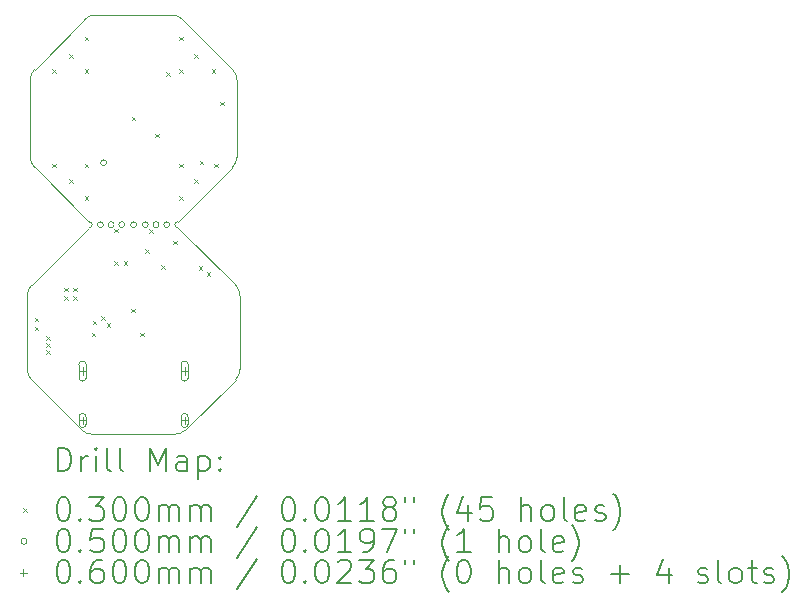
<source format=gbr>
%TF.GenerationSoftware,KiCad,Pcbnew,8.0.9-8.0.9-0~ubuntu20.04.1*%
%TF.CreationDate,2025-06-12T23:47:12+01:00*%
%TF.ProjectId,ch32-breakout,63683332-2d62-4726-9561-6b6f75742e6b,rev?*%
%TF.SameCoordinates,Original*%
%TF.FileFunction,Drillmap*%
%TF.FilePolarity,Positive*%
%FSLAX45Y45*%
G04 Gerber Fmt 4.5, Leading zero omitted, Abs format (unit mm)*
G04 Created by KiCad (PCBNEW 8.0.9-8.0.9-0~ubuntu20.04.1) date 2025-06-12 23:47:12*
%MOMM*%
%LPD*%
G01*
G04 APERTURE LIST*
%ADD10C,0.050000*%
%ADD11C,0.200000*%
%ADD12C,0.100000*%
G04 APERTURE END LIST*
D10*
X9775000Y-6625000D02*
X9775000Y-7275000D01*
X9313388Y-6111612D02*
X9738389Y-6536611D01*
X9800000Y-9075000D02*
X9800000Y-8450000D01*
X9775000Y-7275000D02*
G75*
G02*
X9738389Y-7363388I-125000J0D01*
G01*
X9763389Y-8361611D02*
G75*
G02*
X9800000Y-8450000I-88389J-88389D01*
G01*
X9763389Y-9163388D02*
X9338389Y-9588389D01*
X8825000Y-7850000D02*
G75*
G02*
X8775000Y-7850000I-25000J0D01*
G01*
X8775000Y-7850000D02*
G75*
G02*
X8825000Y-7850000I25000J0D01*
G01*
X8461612Y-9588388D02*
X8036611Y-9163389D01*
X8486612Y-6111611D02*
G75*
G02*
X8575000Y-6075000I88389J-88389D01*
G01*
X8025000Y-6625000D02*
G75*
G02*
X8061612Y-6536612I125000J0D01*
G01*
X8061612Y-6536612D02*
X8486612Y-6111611D01*
X8525000Y-7825000D02*
G75*
G02*
X8525000Y-7875000I0J-25000D01*
G01*
X9275000Y-7875000D02*
G75*
G02*
X9275000Y-7825000I0J25000D01*
G01*
X8025000Y-7275000D02*
X8025000Y-6625000D01*
X8036611Y-9163389D02*
G75*
G02*
X8000000Y-9075000I88389J88389D01*
G01*
X9738389Y-6536611D02*
G75*
G02*
X9775000Y-6625000I-88389J-88389D01*
G01*
X8061611Y-7363388D02*
G75*
G02*
X8025000Y-7275000I88389J88389D01*
G01*
X9205000Y-7850000D02*
G75*
G02*
X9155000Y-7850000I-25000J0D01*
G01*
X9155000Y-7850000D02*
G75*
G02*
X9205000Y-7850000I25000J0D01*
G01*
X8036611Y-8361611D02*
X8525000Y-7875000D01*
X8735000Y-7850000D02*
G75*
G02*
X8685000Y-7850000I-25000J0D01*
G01*
X8685000Y-7850000D02*
G75*
G02*
X8735000Y-7850000I25000J0D01*
G01*
X8550000Y-9625000D02*
X9250000Y-9625000D01*
X9115000Y-7850000D02*
G75*
G02*
X9065000Y-7850000I-25000J0D01*
G01*
X9065000Y-7850000D02*
G75*
G02*
X9115000Y-7850000I25000J0D01*
G01*
X8000000Y-8450000D02*
X8000000Y-9075000D01*
X8000000Y-8450000D02*
G75*
G02*
X8036611Y-8361611I125000J0D01*
G01*
X8575000Y-6075000D02*
X9225000Y-6075000D01*
X9738389Y-7363388D02*
X9275000Y-7825000D01*
X9225000Y-6075000D02*
G75*
G02*
X9313388Y-6111612I0J-125000D01*
G01*
X8525000Y-7825000D02*
X8061611Y-7363388D01*
X9025000Y-7850000D02*
G75*
G02*
X8975000Y-7850000I-25000J0D01*
G01*
X8975000Y-7850000D02*
G75*
G02*
X9025000Y-7850000I25000J0D01*
G01*
X9338389Y-9588389D02*
G75*
G02*
X9250000Y-9625000I-88389J88389D01*
G01*
X9800000Y-9075000D02*
G75*
G02*
X9763389Y-9163388I-125000J0D01*
G01*
X9763389Y-8361611D02*
X9275000Y-7875000D01*
X8925000Y-7850000D02*
G75*
G02*
X8875000Y-7850000I-25000J0D01*
G01*
X8875000Y-7850000D02*
G75*
G02*
X8925000Y-7850000I25000J0D01*
G01*
X8645000Y-7850000D02*
G75*
G02*
X8595000Y-7850000I-25000J0D01*
G01*
X8595000Y-7850000D02*
G75*
G02*
X8645000Y-7850000I25000J0D01*
G01*
X8550000Y-9625000D02*
G75*
G02*
X8461612Y-9588388I0J125000D01*
G01*
D11*
D12*
X8065000Y-8640000D02*
X8095000Y-8670000D01*
X8095000Y-8640000D02*
X8065000Y-8670000D01*
X8065000Y-8715000D02*
X8095000Y-8745000D01*
X8095000Y-8715000D02*
X8065000Y-8745000D01*
X8160000Y-8795000D02*
X8190000Y-8825000D01*
X8190000Y-8795000D02*
X8160000Y-8825000D01*
X8160000Y-8855000D02*
X8190000Y-8885000D01*
X8190000Y-8855000D02*
X8160000Y-8885000D01*
X8160000Y-8915000D02*
X8190000Y-8945000D01*
X8190000Y-8915000D02*
X8160000Y-8945000D01*
X8210000Y-6535000D02*
X8240000Y-6565000D01*
X8240000Y-6535000D02*
X8210000Y-6565000D01*
X8210000Y-7335000D02*
X8240000Y-7365000D01*
X8240000Y-7335000D02*
X8210000Y-7365000D01*
X8315000Y-8385000D02*
X8345000Y-8415000D01*
X8345000Y-8385000D02*
X8315000Y-8415000D01*
X8315000Y-8455000D02*
X8345000Y-8485000D01*
X8345000Y-8455000D02*
X8315000Y-8485000D01*
X8355000Y-6405000D02*
X8385000Y-6435000D01*
X8385000Y-6405000D02*
X8355000Y-6435000D01*
X8355000Y-7465000D02*
X8385000Y-7495000D01*
X8385000Y-7465000D02*
X8355000Y-7495000D01*
X8390000Y-8385000D02*
X8420000Y-8415000D01*
X8420000Y-8385000D02*
X8390000Y-8415000D01*
X8390000Y-8455000D02*
X8420000Y-8485000D01*
X8420000Y-8455000D02*
X8390000Y-8485000D01*
X8485000Y-6260000D02*
X8515000Y-6290000D01*
X8515000Y-6260000D02*
X8485000Y-6290000D01*
X8485000Y-6535000D02*
X8515000Y-6565000D01*
X8515000Y-6535000D02*
X8485000Y-6565000D01*
X8485000Y-7335000D02*
X8515000Y-7365000D01*
X8515000Y-7335000D02*
X8485000Y-7365000D01*
X8485000Y-7610000D02*
X8515000Y-7640000D01*
X8515000Y-7610000D02*
X8485000Y-7640000D01*
X8545000Y-8764000D02*
X8575000Y-8794000D01*
X8575000Y-8764000D02*
X8545000Y-8794000D01*
X8555000Y-8665000D02*
X8585000Y-8695000D01*
X8585000Y-8665000D02*
X8555000Y-8695000D01*
X8626837Y-8625903D02*
X8656837Y-8655903D01*
X8656837Y-8625903D02*
X8626837Y-8655903D01*
X8673059Y-8682625D02*
X8703059Y-8712625D01*
X8703059Y-8682625D02*
X8673059Y-8712625D01*
X8735000Y-7885000D02*
X8765000Y-7915000D01*
X8765000Y-7885000D02*
X8735000Y-7915000D01*
X8735000Y-8160000D02*
X8765000Y-8190000D01*
X8765000Y-8160000D02*
X8735000Y-8190000D01*
X8815000Y-8160000D02*
X8845000Y-8190000D01*
X8845000Y-8160000D02*
X8815000Y-8190000D01*
X8880000Y-8561000D02*
X8910000Y-8591000D01*
X8910000Y-8561000D02*
X8880000Y-8591000D01*
X8885000Y-6935000D02*
X8915000Y-6965000D01*
X8915000Y-6935000D02*
X8885000Y-6965000D01*
X8955000Y-8764000D02*
X8985000Y-8794000D01*
X8985000Y-8764000D02*
X8955000Y-8794000D01*
X9000000Y-8060000D02*
X9030000Y-8090000D01*
X9030000Y-8060000D02*
X9000000Y-8090000D01*
X9035000Y-7890000D02*
X9065000Y-7920000D01*
X9065000Y-7890000D02*
X9035000Y-7920000D01*
X9085000Y-7080647D02*
X9115000Y-7110647D01*
X9115000Y-7080647D02*
X9085000Y-7110647D01*
X9135000Y-8195000D02*
X9165000Y-8225000D01*
X9165000Y-8195000D02*
X9135000Y-8225000D01*
X9174750Y-6560000D02*
X9204750Y-6590000D01*
X9204750Y-6560000D02*
X9174750Y-6590000D01*
X9235000Y-7985000D02*
X9265000Y-8015000D01*
X9265000Y-7985000D02*
X9235000Y-8015000D01*
X9285000Y-6260000D02*
X9315000Y-6290000D01*
X9315000Y-6260000D02*
X9285000Y-6290000D01*
X9285000Y-6535000D02*
X9315000Y-6565000D01*
X9315000Y-6535000D02*
X9285000Y-6565000D01*
X9285000Y-7335000D02*
X9315000Y-7365000D01*
X9315000Y-7335000D02*
X9285000Y-7365000D01*
X9285000Y-7610000D02*
X9315000Y-7640000D01*
X9315000Y-7610000D02*
X9285000Y-7640000D01*
X9415000Y-6405000D02*
X9445000Y-6435000D01*
X9445000Y-6405000D02*
X9415000Y-6435000D01*
X9415000Y-7465000D02*
X9445000Y-7495000D01*
X9445000Y-7465000D02*
X9415000Y-7495000D01*
X9450000Y-8200000D02*
X9480000Y-8230000D01*
X9480000Y-8200000D02*
X9450000Y-8230000D01*
X9460000Y-7310000D02*
X9490000Y-7340000D01*
X9490000Y-7310000D02*
X9460000Y-7340000D01*
X9520000Y-8255000D02*
X9550000Y-8285000D01*
X9550000Y-8255000D02*
X9520000Y-8285000D01*
X9560000Y-6535000D02*
X9590000Y-6565000D01*
X9590000Y-6535000D02*
X9560000Y-6565000D01*
X9585000Y-7335000D02*
X9615000Y-7365000D01*
X9615000Y-7335000D02*
X9585000Y-7365000D01*
X9635000Y-6810000D02*
X9665000Y-6840000D01*
X9665000Y-6810000D02*
X9635000Y-6840000D01*
X8671000Y-7325000D02*
G75*
G02*
X8621000Y-7325000I-25000J0D01*
G01*
X8621000Y-7325000D02*
G75*
G02*
X8671000Y-7325000I25000J0D01*
G01*
X8468000Y-9059500D02*
X8468000Y-9119500D01*
X8438000Y-9089500D02*
X8498000Y-9089500D01*
X8438000Y-9034500D02*
X8438000Y-9144500D01*
X8498000Y-9144500D02*
G75*
G02*
X8438000Y-9144500I-30000J0D01*
G01*
X8498000Y-9144500D02*
X8498000Y-9034500D01*
X8498000Y-9034500D02*
G75*
G03*
X8438000Y-9034500I-30000J0D01*
G01*
X8468000Y-9477500D02*
X8468000Y-9537500D01*
X8438000Y-9507500D02*
X8498000Y-9507500D01*
X8438000Y-9477500D02*
X8438000Y-9537500D01*
X8498000Y-9537500D02*
G75*
G02*
X8438000Y-9537500I-30000J0D01*
G01*
X8498000Y-9537500D02*
X8498000Y-9477500D01*
X8498000Y-9477500D02*
G75*
G03*
X8438000Y-9477500I-30000J0D01*
G01*
X9332000Y-9059500D02*
X9332000Y-9119500D01*
X9302000Y-9089500D02*
X9362000Y-9089500D01*
X9302000Y-9034500D02*
X9302000Y-9144500D01*
X9362000Y-9144500D02*
G75*
G02*
X9302000Y-9144500I-30000J0D01*
G01*
X9362000Y-9144500D02*
X9362000Y-9034500D01*
X9362000Y-9034500D02*
G75*
G03*
X9302000Y-9034500I-30000J0D01*
G01*
X9332000Y-9477500D02*
X9332000Y-9537500D01*
X9302000Y-9507500D02*
X9362000Y-9507500D01*
X9302000Y-9477500D02*
X9302000Y-9537500D01*
X9362000Y-9537500D02*
G75*
G02*
X9302000Y-9537500I-30000J0D01*
G01*
X9362000Y-9537500D02*
X9362000Y-9477500D01*
X9362000Y-9477500D02*
G75*
G03*
X9302000Y-9477500I-30000J0D01*
G01*
D11*
X8258277Y-9938984D02*
X8258277Y-9738984D01*
X8258277Y-9738984D02*
X8305896Y-9738984D01*
X8305896Y-9738984D02*
X8334467Y-9748508D01*
X8334467Y-9748508D02*
X8353515Y-9767555D01*
X8353515Y-9767555D02*
X8363038Y-9786603D01*
X8363038Y-9786603D02*
X8372562Y-9824698D01*
X8372562Y-9824698D02*
X8372562Y-9853270D01*
X8372562Y-9853270D02*
X8363038Y-9891365D01*
X8363038Y-9891365D02*
X8353515Y-9910413D01*
X8353515Y-9910413D02*
X8334467Y-9929460D01*
X8334467Y-9929460D02*
X8305896Y-9938984D01*
X8305896Y-9938984D02*
X8258277Y-9938984D01*
X8458277Y-9938984D02*
X8458277Y-9805651D01*
X8458277Y-9843746D02*
X8467800Y-9824698D01*
X8467800Y-9824698D02*
X8477324Y-9815174D01*
X8477324Y-9815174D02*
X8496372Y-9805651D01*
X8496372Y-9805651D02*
X8515420Y-9805651D01*
X8582086Y-9938984D02*
X8582086Y-9805651D01*
X8582086Y-9738984D02*
X8572562Y-9748508D01*
X8572562Y-9748508D02*
X8582086Y-9758032D01*
X8582086Y-9758032D02*
X8591610Y-9748508D01*
X8591610Y-9748508D02*
X8582086Y-9738984D01*
X8582086Y-9738984D02*
X8582086Y-9758032D01*
X8705896Y-9938984D02*
X8686848Y-9929460D01*
X8686848Y-9929460D02*
X8677324Y-9910413D01*
X8677324Y-9910413D02*
X8677324Y-9738984D01*
X8810658Y-9938984D02*
X8791610Y-9929460D01*
X8791610Y-9929460D02*
X8782086Y-9910413D01*
X8782086Y-9910413D02*
X8782086Y-9738984D01*
X9039229Y-9938984D02*
X9039229Y-9738984D01*
X9039229Y-9738984D02*
X9105896Y-9881841D01*
X9105896Y-9881841D02*
X9172562Y-9738984D01*
X9172562Y-9738984D02*
X9172562Y-9938984D01*
X9353515Y-9938984D02*
X9353515Y-9834222D01*
X9353515Y-9834222D02*
X9343991Y-9815174D01*
X9343991Y-9815174D02*
X9324943Y-9805651D01*
X9324943Y-9805651D02*
X9286848Y-9805651D01*
X9286848Y-9805651D02*
X9267800Y-9815174D01*
X9353515Y-9929460D02*
X9334467Y-9938984D01*
X9334467Y-9938984D02*
X9286848Y-9938984D01*
X9286848Y-9938984D02*
X9267800Y-9929460D01*
X9267800Y-9929460D02*
X9258277Y-9910413D01*
X9258277Y-9910413D02*
X9258277Y-9891365D01*
X9258277Y-9891365D02*
X9267800Y-9872317D01*
X9267800Y-9872317D02*
X9286848Y-9862794D01*
X9286848Y-9862794D02*
X9334467Y-9862794D01*
X9334467Y-9862794D02*
X9353515Y-9853270D01*
X9448753Y-9805651D02*
X9448753Y-10005651D01*
X9448753Y-9815174D02*
X9467800Y-9805651D01*
X9467800Y-9805651D02*
X9505896Y-9805651D01*
X9505896Y-9805651D02*
X9524943Y-9815174D01*
X9524943Y-9815174D02*
X9534467Y-9824698D01*
X9534467Y-9824698D02*
X9543991Y-9843746D01*
X9543991Y-9843746D02*
X9543991Y-9900889D01*
X9543991Y-9900889D02*
X9534467Y-9919936D01*
X9534467Y-9919936D02*
X9524943Y-9929460D01*
X9524943Y-9929460D02*
X9505896Y-9938984D01*
X9505896Y-9938984D02*
X9467800Y-9938984D01*
X9467800Y-9938984D02*
X9448753Y-9929460D01*
X9629705Y-9919936D02*
X9639229Y-9929460D01*
X9639229Y-9929460D02*
X9629705Y-9938984D01*
X9629705Y-9938984D02*
X9620181Y-9929460D01*
X9620181Y-9929460D02*
X9629705Y-9919936D01*
X9629705Y-9919936D02*
X9629705Y-9938984D01*
X9629705Y-9815174D02*
X9639229Y-9824698D01*
X9639229Y-9824698D02*
X9629705Y-9834222D01*
X9629705Y-9834222D02*
X9620181Y-9824698D01*
X9620181Y-9824698D02*
X9629705Y-9815174D01*
X9629705Y-9815174D02*
X9629705Y-9834222D01*
D12*
X7967500Y-10252500D02*
X7997500Y-10282500D01*
X7997500Y-10252500D02*
X7967500Y-10282500D01*
D11*
X8296372Y-10158984D02*
X8315419Y-10158984D01*
X8315419Y-10158984D02*
X8334467Y-10168508D01*
X8334467Y-10168508D02*
X8343991Y-10178032D01*
X8343991Y-10178032D02*
X8353515Y-10197079D01*
X8353515Y-10197079D02*
X8363038Y-10235174D01*
X8363038Y-10235174D02*
X8363038Y-10282794D01*
X8363038Y-10282794D02*
X8353515Y-10320889D01*
X8353515Y-10320889D02*
X8343991Y-10339936D01*
X8343991Y-10339936D02*
X8334467Y-10349460D01*
X8334467Y-10349460D02*
X8315419Y-10358984D01*
X8315419Y-10358984D02*
X8296372Y-10358984D01*
X8296372Y-10358984D02*
X8277324Y-10349460D01*
X8277324Y-10349460D02*
X8267800Y-10339936D01*
X8267800Y-10339936D02*
X8258277Y-10320889D01*
X8258277Y-10320889D02*
X8248753Y-10282794D01*
X8248753Y-10282794D02*
X8248753Y-10235174D01*
X8248753Y-10235174D02*
X8258277Y-10197079D01*
X8258277Y-10197079D02*
X8267800Y-10178032D01*
X8267800Y-10178032D02*
X8277324Y-10168508D01*
X8277324Y-10168508D02*
X8296372Y-10158984D01*
X8448753Y-10339936D02*
X8458277Y-10349460D01*
X8458277Y-10349460D02*
X8448753Y-10358984D01*
X8448753Y-10358984D02*
X8439229Y-10349460D01*
X8439229Y-10349460D02*
X8448753Y-10339936D01*
X8448753Y-10339936D02*
X8448753Y-10358984D01*
X8524943Y-10158984D02*
X8648753Y-10158984D01*
X8648753Y-10158984D02*
X8582086Y-10235174D01*
X8582086Y-10235174D02*
X8610658Y-10235174D01*
X8610658Y-10235174D02*
X8629705Y-10244698D01*
X8629705Y-10244698D02*
X8639229Y-10254222D01*
X8639229Y-10254222D02*
X8648753Y-10273270D01*
X8648753Y-10273270D02*
X8648753Y-10320889D01*
X8648753Y-10320889D02*
X8639229Y-10339936D01*
X8639229Y-10339936D02*
X8629705Y-10349460D01*
X8629705Y-10349460D02*
X8610658Y-10358984D01*
X8610658Y-10358984D02*
X8553515Y-10358984D01*
X8553515Y-10358984D02*
X8534467Y-10349460D01*
X8534467Y-10349460D02*
X8524943Y-10339936D01*
X8772562Y-10158984D02*
X8791610Y-10158984D01*
X8791610Y-10158984D02*
X8810658Y-10168508D01*
X8810658Y-10168508D02*
X8820181Y-10178032D01*
X8820181Y-10178032D02*
X8829705Y-10197079D01*
X8829705Y-10197079D02*
X8839229Y-10235174D01*
X8839229Y-10235174D02*
X8839229Y-10282794D01*
X8839229Y-10282794D02*
X8829705Y-10320889D01*
X8829705Y-10320889D02*
X8820181Y-10339936D01*
X8820181Y-10339936D02*
X8810658Y-10349460D01*
X8810658Y-10349460D02*
X8791610Y-10358984D01*
X8791610Y-10358984D02*
X8772562Y-10358984D01*
X8772562Y-10358984D02*
X8753515Y-10349460D01*
X8753515Y-10349460D02*
X8743991Y-10339936D01*
X8743991Y-10339936D02*
X8734467Y-10320889D01*
X8734467Y-10320889D02*
X8724943Y-10282794D01*
X8724943Y-10282794D02*
X8724943Y-10235174D01*
X8724943Y-10235174D02*
X8734467Y-10197079D01*
X8734467Y-10197079D02*
X8743991Y-10178032D01*
X8743991Y-10178032D02*
X8753515Y-10168508D01*
X8753515Y-10168508D02*
X8772562Y-10158984D01*
X8963039Y-10158984D02*
X8982086Y-10158984D01*
X8982086Y-10158984D02*
X9001134Y-10168508D01*
X9001134Y-10168508D02*
X9010658Y-10178032D01*
X9010658Y-10178032D02*
X9020181Y-10197079D01*
X9020181Y-10197079D02*
X9029705Y-10235174D01*
X9029705Y-10235174D02*
X9029705Y-10282794D01*
X9029705Y-10282794D02*
X9020181Y-10320889D01*
X9020181Y-10320889D02*
X9010658Y-10339936D01*
X9010658Y-10339936D02*
X9001134Y-10349460D01*
X9001134Y-10349460D02*
X8982086Y-10358984D01*
X8982086Y-10358984D02*
X8963039Y-10358984D01*
X8963039Y-10358984D02*
X8943991Y-10349460D01*
X8943991Y-10349460D02*
X8934467Y-10339936D01*
X8934467Y-10339936D02*
X8924943Y-10320889D01*
X8924943Y-10320889D02*
X8915420Y-10282794D01*
X8915420Y-10282794D02*
X8915420Y-10235174D01*
X8915420Y-10235174D02*
X8924943Y-10197079D01*
X8924943Y-10197079D02*
X8934467Y-10178032D01*
X8934467Y-10178032D02*
X8943991Y-10168508D01*
X8943991Y-10168508D02*
X8963039Y-10158984D01*
X9115420Y-10358984D02*
X9115420Y-10225651D01*
X9115420Y-10244698D02*
X9124943Y-10235174D01*
X9124943Y-10235174D02*
X9143991Y-10225651D01*
X9143991Y-10225651D02*
X9172562Y-10225651D01*
X9172562Y-10225651D02*
X9191610Y-10235174D01*
X9191610Y-10235174D02*
X9201134Y-10254222D01*
X9201134Y-10254222D02*
X9201134Y-10358984D01*
X9201134Y-10254222D02*
X9210658Y-10235174D01*
X9210658Y-10235174D02*
X9229705Y-10225651D01*
X9229705Y-10225651D02*
X9258277Y-10225651D01*
X9258277Y-10225651D02*
X9277324Y-10235174D01*
X9277324Y-10235174D02*
X9286848Y-10254222D01*
X9286848Y-10254222D02*
X9286848Y-10358984D01*
X9382086Y-10358984D02*
X9382086Y-10225651D01*
X9382086Y-10244698D02*
X9391610Y-10235174D01*
X9391610Y-10235174D02*
X9410658Y-10225651D01*
X9410658Y-10225651D02*
X9439229Y-10225651D01*
X9439229Y-10225651D02*
X9458277Y-10235174D01*
X9458277Y-10235174D02*
X9467801Y-10254222D01*
X9467801Y-10254222D02*
X9467801Y-10358984D01*
X9467801Y-10254222D02*
X9477324Y-10235174D01*
X9477324Y-10235174D02*
X9496372Y-10225651D01*
X9496372Y-10225651D02*
X9524943Y-10225651D01*
X9524943Y-10225651D02*
X9543991Y-10235174D01*
X9543991Y-10235174D02*
X9553515Y-10254222D01*
X9553515Y-10254222D02*
X9553515Y-10358984D01*
X9943991Y-10149460D02*
X9772563Y-10406603D01*
X10201134Y-10158984D02*
X10220182Y-10158984D01*
X10220182Y-10158984D02*
X10239229Y-10168508D01*
X10239229Y-10168508D02*
X10248753Y-10178032D01*
X10248753Y-10178032D02*
X10258277Y-10197079D01*
X10258277Y-10197079D02*
X10267801Y-10235174D01*
X10267801Y-10235174D02*
X10267801Y-10282794D01*
X10267801Y-10282794D02*
X10258277Y-10320889D01*
X10258277Y-10320889D02*
X10248753Y-10339936D01*
X10248753Y-10339936D02*
X10239229Y-10349460D01*
X10239229Y-10349460D02*
X10220182Y-10358984D01*
X10220182Y-10358984D02*
X10201134Y-10358984D01*
X10201134Y-10358984D02*
X10182086Y-10349460D01*
X10182086Y-10349460D02*
X10172563Y-10339936D01*
X10172563Y-10339936D02*
X10163039Y-10320889D01*
X10163039Y-10320889D02*
X10153515Y-10282794D01*
X10153515Y-10282794D02*
X10153515Y-10235174D01*
X10153515Y-10235174D02*
X10163039Y-10197079D01*
X10163039Y-10197079D02*
X10172563Y-10178032D01*
X10172563Y-10178032D02*
X10182086Y-10168508D01*
X10182086Y-10168508D02*
X10201134Y-10158984D01*
X10353515Y-10339936D02*
X10363039Y-10349460D01*
X10363039Y-10349460D02*
X10353515Y-10358984D01*
X10353515Y-10358984D02*
X10343991Y-10349460D01*
X10343991Y-10349460D02*
X10353515Y-10339936D01*
X10353515Y-10339936D02*
X10353515Y-10358984D01*
X10486848Y-10158984D02*
X10505896Y-10158984D01*
X10505896Y-10158984D02*
X10524944Y-10168508D01*
X10524944Y-10168508D02*
X10534467Y-10178032D01*
X10534467Y-10178032D02*
X10543991Y-10197079D01*
X10543991Y-10197079D02*
X10553515Y-10235174D01*
X10553515Y-10235174D02*
X10553515Y-10282794D01*
X10553515Y-10282794D02*
X10543991Y-10320889D01*
X10543991Y-10320889D02*
X10534467Y-10339936D01*
X10534467Y-10339936D02*
X10524944Y-10349460D01*
X10524944Y-10349460D02*
X10505896Y-10358984D01*
X10505896Y-10358984D02*
X10486848Y-10358984D01*
X10486848Y-10358984D02*
X10467801Y-10349460D01*
X10467801Y-10349460D02*
X10458277Y-10339936D01*
X10458277Y-10339936D02*
X10448753Y-10320889D01*
X10448753Y-10320889D02*
X10439229Y-10282794D01*
X10439229Y-10282794D02*
X10439229Y-10235174D01*
X10439229Y-10235174D02*
X10448753Y-10197079D01*
X10448753Y-10197079D02*
X10458277Y-10178032D01*
X10458277Y-10178032D02*
X10467801Y-10168508D01*
X10467801Y-10168508D02*
X10486848Y-10158984D01*
X10743991Y-10358984D02*
X10629705Y-10358984D01*
X10686848Y-10358984D02*
X10686848Y-10158984D01*
X10686848Y-10158984D02*
X10667801Y-10187555D01*
X10667801Y-10187555D02*
X10648753Y-10206603D01*
X10648753Y-10206603D02*
X10629705Y-10216127D01*
X10934467Y-10358984D02*
X10820182Y-10358984D01*
X10877324Y-10358984D02*
X10877324Y-10158984D01*
X10877324Y-10158984D02*
X10858277Y-10187555D01*
X10858277Y-10187555D02*
X10839229Y-10206603D01*
X10839229Y-10206603D02*
X10820182Y-10216127D01*
X11048753Y-10244698D02*
X11029705Y-10235174D01*
X11029705Y-10235174D02*
X11020182Y-10225651D01*
X11020182Y-10225651D02*
X11010658Y-10206603D01*
X11010658Y-10206603D02*
X11010658Y-10197079D01*
X11010658Y-10197079D02*
X11020182Y-10178032D01*
X11020182Y-10178032D02*
X11029705Y-10168508D01*
X11029705Y-10168508D02*
X11048753Y-10158984D01*
X11048753Y-10158984D02*
X11086848Y-10158984D01*
X11086848Y-10158984D02*
X11105896Y-10168508D01*
X11105896Y-10168508D02*
X11115420Y-10178032D01*
X11115420Y-10178032D02*
X11124944Y-10197079D01*
X11124944Y-10197079D02*
X11124944Y-10206603D01*
X11124944Y-10206603D02*
X11115420Y-10225651D01*
X11115420Y-10225651D02*
X11105896Y-10235174D01*
X11105896Y-10235174D02*
X11086848Y-10244698D01*
X11086848Y-10244698D02*
X11048753Y-10244698D01*
X11048753Y-10244698D02*
X11029705Y-10254222D01*
X11029705Y-10254222D02*
X11020182Y-10263746D01*
X11020182Y-10263746D02*
X11010658Y-10282794D01*
X11010658Y-10282794D02*
X11010658Y-10320889D01*
X11010658Y-10320889D02*
X11020182Y-10339936D01*
X11020182Y-10339936D02*
X11029705Y-10349460D01*
X11029705Y-10349460D02*
X11048753Y-10358984D01*
X11048753Y-10358984D02*
X11086848Y-10358984D01*
X11086848Y-10358984D02*
X11105896Y-10349460D01*
X11105896Y-10349460D02*
X11115420Y-10339936D01*
X11115420Y-10339936D02*
X11124944Y-10320889D01*
X11124944Y-10320889D02*
X11124944Y-10282794D01*
X11124944Y-10282794D02*
X11115420Y-10263746D01*
X11115420Y-10263746D02*
X11105896Y-10254222D01*
X11105896Y-10254222D02*
X11086848Y-10244698D01*
X11201134Y-10158984D02*
X11201134Y-10197079D01*
X11277324Y-10158984D02*
X11277324Y-10197079D01*
X11572563Y-10435174D02*
X11563039Y-10425651D01*
X11563039Y-10425651D02*
X11543991Y-10397079D01*
X11543991Y-10397079D02*
X11534467Y-10378032D01*
X11534467Y-10378032D02*
X11524944Y-10349460D01*
X11524944Y-10349460D02*
X11515420Y-10301841D01*
X11515420Y-10301841D02*
X11515420Y-10263746D01*
X11515420Y-10263746D02*
X11524944Y-10216127D01*
X11524944Y-10216127D02*
X11534467Y-10187555D01*
X11534467Y-10187555D02*
X11543991Y-10168508D01*
X11543991Y-10168508D02*
X11563039Y-10139936D01*
X11563039Y-10139936D02*
X11572563Y-10130413D01*
X11734467Y-10225651D02*
X11734467Y-10358984D01*
X11686848Y-10149460D02*
X11639229Y-10292317D01*
X11639229Y-10292317D02*
X11763039Y-10292317D01*
X11934467Y-10158984D02*
X11839229Y-10158984D01*
X11839229Y-10158984D02*
X11829705Y-10254222D01*
X11829705Y-10254222D02*
X11839229Y-10244698D01*
X11839229Y-10244698D02*
X11858277Y-10235174D01*
X11858277Y-10235174D02*
X11905896Y-10235174D01*
X11905896Y-10235174D02*
X11924944Y-10244698D01*
X11924944Y-10244698D02*
X11934467Y-10254222D01*
X11934467Y-10254222D02*
X11943991Y-10273270D01*
X11943991Y-10273270D02*
X11943991Y-10320889D01*
X11943991Y-10320889D02*
X11934467Y-10339936D01*
X11934467Y-10339936D02*
X11924944Y-10349460D01*
X11924944Y-10349460D02*
X11905896Y-10358984D01*
X11905896Y-10358984D02*
X11858277Y-10358984D01*
X11858277Y-10358984D02*
X11839229Y-10349460D01*
X11839229Y-10349460D02*
X11829705Y-10339936D01*
X12182086Y-10358984D02*
X12182086Y-10158984D01*
X12267801Y-10358984D02*
X12267801Y-10254222D01*
X12267801Y-10254222D02*
X12258277Y-10235174D01*
X12258277Y-10235174D02*
X12239229Y-10225651D01*
X12239229Y-10225651D02*
X12210658Y-10225651D01*
X12210658Y-10225651D02*
X12191610Y-10235174D01*
X12191610Y-10235174D02*
X12182086Y-10244698D01*
X12391610Y-10358984D02*
X12372563Y-10349460D01*
X12372563Y-10349460D02*
X12363039Y-10339936D01*
X12363039Y-10339936D02*
X12353515Y-10320889D01*
X12353515Y-10320889D02*
X12353515Y-10263746D01*
X12353515Y-10263746D02*
X12363039Y-10244698D01*
X12363039Y-10244698D02*
X12372563Y-10235174D01*
X12372563Y-10235174D02*
X12391610Y-10225651D01*
X12391610Y-10225651D02*
X12420182Y-10225651D01*
X12420182Y-10225651D02*
X12439229Y-10235174D01*
X12439229Y-10235174D02*
X12448753Y-10244698D01*
X12448753Y-10244698D02*
X12458277Y-10263746D01*
X12458277Y-10263746D02*
X12458277Y-10320889D01*
X12458277Y-10320889D02*
X12448753Y-10339936D01*
X12448753Y-10339936D02*
X12439229Y-10349460D01*
X12439229Y-10349460D02*
X12420182Y-10358984D01*
X12420182Y-10358984D02*
X12391610Y-10358984D01*
X12572563Y-10358984D02*
X12553515Y-10349460D01*
X12553515Y-10349460D02*
X12543991Y-10330413D01*
X12543991Y-10330413D02*
X12543991Y-10158984D01*
X12724944Y-10349460D02*
X12705896Y-10358984D01*
X12705896Y-10358984D02*
X12667801Y-10358984D01*
X12667801Y-10358984D02*
X12648753Y-10349460D01*
X12648753Y-10349460D02*
X12639229Y-10330413D01*
X12639229Y-10330413D02*
X12639229Y-10254222D01*
X12639229Y-10254222D02*
X12648753Y-10235174D01*
X12648753Y-10235174D02*
X12667801Y-10225651D01*
X12667801Y-10225651D02*
X12705896Y-10225651D01*
X12705896Y-10225651D02*
X12724944Y-10235174D01*
X12724944Y-10235174D02*
X12734467Y-10254222D01*
X12734467Y-10254222D02*
X12734467Y-10273270D01*
X12734467Y-10273270D02*
X12639229Y-10292317D01*
X12810658Y-10349460D02*
X12829706Y-10358984D01*
X12829706Y-10358984D02*
X12867801Y-10358984D01*
X12867801Y-10358984D02*
X12886848Y-10349460D01*
X12886848Y-10349460D02*
X12896372Y-10330413D01*
X12896372Y-10330413D02*
X12896372Y-10320889D01*
X12896372Y-10320889D02*
X12886848Y-10301841D01*
X12886848Y-10301841D02*
X12867801Y-10292317D01*
X12867801Y-10292317D02*
X12839229Y-10292317D01*
X12839229Y-10292317D02*
X12820182Y-10282794D01*
X12820182Y-10282794D02*
X12810658Y-10263746D01*
X12810658Y-10263746D02*
X12810658Y-10254222D01*
X12810658Y-10254222D02*
X12820182Y-10235174D01*
X12820182Y-10235174D02*
X12839229Y-10225651D01*
X12839229Y-10225651D02*
X12867801Y-10225651D01*
X12867801Y-10225651D02*
X12886848Y-10235174D01*
X12963039Y-10435174D02*
X12972563Y-10425651D01*
X12972563Y-10425651D02*
X12991610Y-10397079D01*
X12991610Y-10397079D02*
X13001134Y-10378032D01*
X13001134Y-10378032D02*
X13010658Y-10349460D01*
X13010658Y-10349460D02*
X13020182Y-10301841D01*
X13020182Y-10301841D02*
X13020182Y-10263746D01*
X13020182Y-10263746D02*
X13010658Y-10216127D01*
X13010658Y-10216127D02*
X13001134Y-10187555D01*
X13001134Y-10187555D02*
X12991610Y-10168508D01*
X12991610Y-10168508D02*
X12972563Y-10139936D01*
X12972563Y-10139936D02*
X12963039Y-10130413D01*
D12*
X7997500Y-10531500D02*
G75*
G02*
X7947500Y-10531500I-25000J0D01*
G01*
X7947500Y-10531500D02*
G75*
G02*
X7997500Y-10531500I25000J0D01*
G01*
D11*
X8296372Y-10422984D02*
X8315419Y-10422984D01*
X8315419Y-10422984D02*
X8334467Y-10432508D01*
X8334467Y-10432508D02*
X8343991Y-10442032D01*
X8343991Y-10442032D02*
X8353515Y-10461079D01*
X8353515Y-10461079D02*
X8363038Y-10499174D01*
X8363038Y-10499174D02*
X8363038Y-10546794D01*
X8363038Y-10546794D02*
X8353515Y-10584889D01*
X8353515Y-10584889D02*
X8343991Y-10603936D01*
X8343991Y-10603936D02*
X8334467Y-10613460D01*
X8334467Y-10613460D02*
X8315419Y-10622984D01*
X8315419Y-10622984D02*
X8296372Y-10622984D01*
X8296372Y-10622984D02*
X8277324Y-10613460D01*
X8277324Y-10613460D02*
X8267800Y-10603936D01*
X8267800Y-10603936D02*
X8258277Y-10584889D01*
X8258277Y-10584889D02*
X8248753Y-10546794D01*
X8248753Y-10546794D02*
X8248753Y-10499174D01*
X8248753Y-10499174D02*
X8258277Y-10461079D01*
X8258277Y-10461079D02*
X8267800Y-10442032D01*
X8267800Y-10442032D02*
X8277324Y-10432508D01*
X8277324Y-10432508D02*
X8296372Y-10422984D01*
X8448753Y-10603936D02*
X8458277Y-10613460D01*
X8458277Y-10613460D02*
X8448753Y-10622984D01*
X8448753Y-10622984D02*
X8439229Y-10613460D01*
X8439229Y-10613460D02*
X8448753Y-10603936D01*
X8448753Y-10603936D02*
X8448753Y-10622984D01*
X8639229Y-10422984D02*
X8543991Y-10422984D01*
X8543991Y-10422984D02*
X8534467Y-10518222D01*
X8534467Y-10518222D02*
X8543991Y-10508698D01*
X8543991Y-10508698D02*
X8563039Y-10499174D01*
X8563039Y-10499174D02*
X8610658Y-10499174D01*
X8610658Y-10499174D02*
X8629705Y-10508698D01*
X8629705Y-10508698D02*
X8639229Y-10518222D01*
X8639229Y-10518222D02*
X8648753Y-10537270D01*
X8648753Y-10537270D02*
X8648753Y-10584889D01*
X8648753Y-10584889D02*
X8639229Y-10603936D01*
X8639229Y-10603936D02*
X8629705Y-10613460D01*
X8629705Y-10613460D02*
X8610658Y-10622984D01*
X8610658Y-10622984D02*
X8563039Y-10622984D01*
X8563039Y-10622984D02*
X8543991Y-10613460D01*
X8543991Y-10613460D02*
X8534467Y-10603936D01*
X8772562Y-10422984D02*
X8791610Y-10422984D01*
X8791610Y-10422984D02*
X8810658Y-10432508D01*
X8810658Y-10432508D02*
X8820181Y-10442032D01*
X8820181Y-10442032D02*
X8829705Y-10461079D01*
X8829705Y-10461079D02*
X8839229Y-10499174D01*
X8839229Y-10499174D02*
X8839229Y-10546794D01*
X8839229Y-10546794D02*
X8829705Y-10584889D01*
X8829705Y-10584889D02*
X8820181Y-10603936D01*
X8820181Y-10603936D02*
X8810658Y-10613460D01*
X8810658Y-10613460D02*
X8791610Y-10622984D01*
X8791610Y-10622984D02*
X8772562Y-10622984D01*
X8772562Y-10622984D02*
X8753515Y-10613460D01*
X8753515Y-10613460D02*
X8743991Y-10603936D01*
X8743991Y-10603936D02*
X8734467Y-10584889D01*
X8734467Y-10584889D02*
X8724943Y-10546794D01*
X8724943Y-10546794D02*
X8724943Y-10499174D01*
X8724943Y-10499174D02*
X8734467Y-10461079D01*
X8734467Y-10461079D02*
X8743991Y-10442032D01*
X8743991Y-10442032D02*
X8753515Y-10432508D01*
X8753515Y-10432508D02*
X8772562Y-10422984D01*
X8963039Y-10422984D02*
X8982086Y-10422984D01*
X8982086Y-10422984D02*
X9001134Y-10432508D01*
X9001134Y-10432508D02*
X9010658Y-10442032D01*
X9010658Y-10442032D02*
X9020181Y-10461079D01*
X9020181Y-10461079D02*
X9029705Y-10499174D01*
X9029705Y-10499174D02*
X9029705Y-10546794D01*
X9029705Y-10546794D02*
X9020181Y-10584889D01*
X9020181Y-10584889D02*
X9010658Y-10603936D01*
X9010658Y-10603936D02*
X9001134Y-10613460D01*
X9001134Y-10613460D02*
X8982086Y-10622984D01*
X8982086Y-10622984D02*
X8963039Y-10622984D01*
X8963039Y-10622984D02*
X8943991Y-10613460D01*
X8943991Y-10613460D02*
X8934467Y-10603936D01*
X8934467Y-10603936D02*
X8924943Y-10584889D01*
X8924943Y-10584889D02*
X8915420Y-10546794D01*
X8915420Y-10546794D02*
X8915420Y-10499174D01*
X8915420Y-10499174D02*
X8924943Y-10461079D01*
X8924943Y-10461079D02*
X8934467Y-10442032D01*
X8934467Y-10442032D02*
X8943991Y-10432508D01*
X8943991Y-10432508D02*
X8963039Y-10422984D01*
X9115420Y-10622984D02*
X9115420Y-10489651D01*
X9115420Y-10508698D02*
X9124943Y-10499174D01*
X9124943Y-10499174D02*
X9143991Y-10489651D01*
X9143991Y-10489651D02*
X9172562Y-10489651D01*
X9172562Y-10489651D02*
X9191610Y-10499174D01*
X9191610Y-10499174D02*
X9201134Y-10518222D01*
X9201134Y-10518222D02*
X9201134Y-10622984D01*
X9201134Y-10518222D02*
X9210658Y-10499174D01*
X9210658Y-10499174D02*
X9229705Y-10489651D01*
X9229705Y-10489651D02*
X9258277Y-10489651D01*
X9258277Y-10489651D02*
X9277324Y-10499174D01*
X9277324Y-10499174D02*
X9286848Y-10518222D01*
X9286848Y-10518222D02*
X9286848Y-10622984D01*
X9382086Y-10622984D02*
X9382086Y-10489651D01*
X9382086Y-10508698D02*
X9391610Y-10499174D01*
X9391610Y-10499174D02*
X9410658Y-10489651D01*
X9410658Y-10489651D02*
X9439229Y-10489651D01*
X9439229Y-10489651D02*
X9458277Y-10499174D01*
X9458277Y-10499174D02*
X9467801Y-10518222D01*
X9467801Y-10518222D02*
X9467801Y-10622984D01*
X9467801Y-10518222D02*
X9477324Y-10499174D01*
X9477324Y-10499174D02*
X9496372Y-10489651D01*
X9496372Y-10489651D02*
X9524943Y-10489651D01*
X9524943Y-10489651D02*
X9543991Y-10499174D01*
X9543991Y-10499174D02*
X9553515Y-10518222D01*
X9553515Y-10518222D02*
X9553515Y-10622984D01*
X9943991Y-10413460D02*
X9772563Y-10670603D01*
X10201134Y-10422984D02*
X10220182Y-10422984D01*
X10220182Y-10422984D02*
X10239229Y-10432508D01*
X10239229Y-10432508D02*
X10248753Y-10442032D01*
X10248753Y-10442032D02*
X10258277Y-10461079D01*
X10258277Y-10461079D02*
X10267801Y-10499174D01*
X10267801Y-10499174D02*
X10267801Y-10546794D01*
X10267801Y-10546794D02*
X10258277Y-10584889D01*
X10258277Y-10584889D02*
X10248753Y-10603936D01*
X10248753Y-10603936D02*
X10239229Y-10613460D01*
X10239229Y-10613460D02*
X10220182Y-10622984D01*
X10220182Y-10622984D02*
X10201134Y-10622984D01*
X10201134Y-10622984D02*
X10182086Y-10613460D01*
X10182086Y-10613460D02*
X10172563Y-10603936D01*
X10172563Y-10603936D02*
X10163039Y-10584889D01*
X10163039Y-10584889D02*
X10153515Y-10546794D01*
X10153515Y-10546794D02*
X10153515Y-10499174D01*
X10153515Y-10499174D02*
X10163039Y-10461079D01*
X10163039Y-10461079D02*
X10172563Y-10442032D01*
X10172563Y-10442032D02*
X10182086Y-10432508D01*
X10182086Y-10432508D02*
X10201134Y-10422984D01*
X10353515Y-10603936D02*
X10363039Y-10613460D01*
X10363039Y-10613460D02*
X10353515Y-10622984D01*
X10353515Y-10622984D02*
X10343991Y-10613460D01*
X10343991Y-10613460D02*
X10353515Y-10603936D01*
X10353515Y-10603936D02*
X10353515Y-10622984D01*
X10486848Y-10422984D02*
X10505896Y-10422984D01*
X10505896Y-10422984D02*
X10524944Y-10432508D01*
X10524944Y-10432508D02*
X10534467Y-10442032D01*
X10534467Y-10442032D02*
X10543991Y-10461079D01*
X10543991Y-10461079D02*
X10553515Y-10499174D01*
X10553515Y-10499174D02*
X10553515Y-10546794D01*
X10553515Y-10546794D02*
X10543991Y-10584889D01*
X10543991Y-10584889D02*
X10534467Y-10603936D01*
X10534467Y-10603936D02*
X10524944Y-10613460D01*
X10524944Y-10613460D02*
X10505896Y-10622984D01*
X10505896Y-10622984D02*
X10486848Y-10622984D01*
X10486848Y-10622984D02*
X10467801Y-10613460D01*
X10467801Y-10613460D02*
X10458277Y-10603936D01*
X10458277Y-10603936D02*
X10448753Y-10584889D01*
X10448753Y-10584889D02*
X10439229Y-10546794D01*
X10439229Y-10546794D02*
X10439229Y-10499174D01*
X10439229Y-10499174D02*
X10448753Y-10461079D01*
X10448753Y-10461079D02*
X10458277Y-10442032D01*
X10458277Y-10442032D02*
X10467801Y-10432508D01*
X10467801Y-10432508D02*
X10486848Y-10422984D01*
X10743991Y-10622984D02*
X10629705Y-10622984D01*
X10686848Y-10622984D02*
X10686848Y-10422984D01*
X10686848Y-10422984D02*
X10667801Y-10451555D01*
X10667801Y-10451555D02*
X10648753Y-10470603D01*
X10648753Y-10470603D02*
X10629705Y-10480127D01*
X10839229Y-10622984D02*
X10877324Y-10622984D01*
X10877324Y-10622984D02*
X10896372Y-10613460D01*
X10896372Y-10613460D02*
X10905896Y-10603936D01*
X10905896Y-10603936D02*
X10924944Y-10575365D01*
X10924944Y-10575365D02*
X10934467Y-10537270D01*
X10934467Y-10537270D02*
X10934467Y-10461079D01*
X10934467Y-10461079D02*
X10924944Y-10442032D01*
X10924944Y-10442032D02*
X10915420Y-10432508D01*
X10915420Y-10432508D02*
X10896372Y-10422984D01*
X10896372Y-10422984D02*
X10858277Y-10422984D01*
X10858277Y-10422984D02*
X10839229Y-10432508D01*
X10839229Y-10432508D02*
X10829705Y-10442032D01*
X10829705Y-10442032D02*
X10820182Y-10461079D01*
X10820182Y-10461079D02*
X10820182Y-10508698D01*
X10820182Y-10508698D02*
X10829705Y-10527746D01*
X10829705Y-10527746D02*
X10839229Y-10537270D01*
X10839229Y-10537270D02*
X10858277Y-10546794D01*
X10858277Y-10546794D02*
X10896372Y-10546794D01*
X10896372Y-10546794D02*
X10915420Y-10537270D01*
X10915420Y-10537270D02*
X10924944Y-10527746D01*
X10924944Y-10527746D02*
X10934467Y-10508698D01*
X11001134Y-10422984D02*
X11134467Y-10422984D01*
X11134467Y-10422984D02*
X11048753Y-10622984D01*
X11201134Y-10422984D02*
X11201134Y-10461079D01*
X11277324Y-10422984D02*
X11277324Y-10461079D01*
X11572563Y-10699174D02*
X11563039Y-10689651D01*
X11563039Y-10689651D02*
X11543991Y-10661079D01*
X11543991Y-10661079D02*
X11534467Y-10642032D01*
X11534467Y-10642032D02*
X11524944Y-10613460D01*
X11524944Y-10613460D02*
X11515420Y-10565841D01*
X11515420Y-10565841D02*
X11515420Y-10527746D01*
X11515420Y-10527746D02*
X11524944Y-10480127D01*
X11524944Y-10480127D02*
X11534467Y-10451555D01*
X11534467Y-10451555D02*
X11543991Y-10432508D01*
X11543991Y-10432508D02*
X11563039Y-10403936D01*
X11563039Y-10403936D02*
X11572563Y-10394413D01*
X11753515Y-10622984D02*
X11639229Y-10622984D01*
X11696372Y-10622984D02*
X11696372Y-10422984D01*
X11696372Y-10422984D02*
X11677324Y-10451555D01*
X11677324Y-10451555D02*
X11658277Y-10470603D01*
X11658277Y-10470603D02*
X11639229Y-10480127D01*
X11991610Y-10622984D02*
X11991610Y-10422984D01*
X12077325Y-10622984D02*
X12077325Y-10518222D01*
X12077325Y-10518222D02*
X12067801Y-10499174D01*
X12067801Y-10499174D02*
X12048753Y-10489651D01*
X12048753Y-10489651D02*
X12020182Y-10489651D01*
X12020182Y-10489651D02*
X12001134Y-10499174D01*
X12001134Y-10499174D02*
X11991610Y-10508698D01*
X12201134Y-10622984D02*
X12182086Y-10613460D01*
X12182086Y-10613460D02*
X12172563Y-10603936D01*
X12172563Y-10603936D02*
X12163039Y-10584889D01*
X12163039Y-10584889D02*
X12163039Y-10527746D01*
X12163039Y-10527746D02*
X12172563Y-10508698D01*
X12172563Y-10508698D02*
X12182086Y-10499174D01*
X12182086Y-10499174D02*
X12201134Y-10489651D01*
X12201134Y-10489651D02*
X12229706Y-10489651D01*
X12229706Y-10489651D02*
X12248753Y-10499174D01*
X12248753Y-10499174D02*
X12258277Y-10508698D01*
X12258277Y-10508698D02*
X12267801Y-10527746D01*
X12267801Y-10527746D02*
X12267801Y-10584889D01*
X12267801Y-10584889D02*
X12258277Y-10603936D01*
X12258277Y-10603936D02*
X12248753Y-10613460D01*
X12248753Y-10613460D02*
X12229706Y-10622984D01*
X12229706Y-10622984D02*
X12201134Y-10622984D01*
X12382086Y-10622984D02*
X12363039Y-10613460D01*
X12363039Y-10613460D02*
X12353515Y-10594413D01*
X12353515Y-10594413D02*
X12353515Y-10422984D01*
X12534467Y-10613460D02*
X12515420Y-10622984D01*
X12515420Y-10622984D02*
X12477325Y-10622984D01*
X12477325Y-10622984D02*
X12458277Y-10613460D01*
X12458277Y-10613460D02*
X12448753Y-10594413D01*
X12448753Y-10594413D02*
X12448753Y-10518222D01*
X12448753Y-10518222D02*
X12458277Y-10499174D01*
X12458277Y-10499174D02*
X12477325Y-10489651D01*
X12477325Y-10489651D02*
X12515420Y-10489651D01*
X12515420Y-10489651D02*
X12534467Y-10499174D01*
X12534467Y-10499174D02*
X12543991Y-10518222D01*
X12543991Y-10518222D02*
X12543991Y-10537270D01*
X12543991Y-10537270D02*
X12448753Y-10556317D01*
X12610658Y-10699174D02*
X12620182Y-10689651D01*
X12620182Y-10689651D02*
X12639229Y-10661079D01*
X12639229Y-10661079D02*
X12648753Y-10642032D01*
X12648753Y-10642032D02*
X12658277Y-10613460D01*
X12658277Y-10613460D02*
X12667801Y-10565841D01*
X12667801Y-10565841D02*
X12667801Y-10527746D01*
X12667801Y-10527746D02*
X12658277Y-10480127D01*
X12658277Y-10480127D02*
X12648753Y-10451555D01*
X12648753Y-10451555D02*
X12639229Y-10432508D01*
X12639229Y-10432508D02*
X12620182Y-10403936D01*
X12620182Y-10403936D02*
X12610658Y-10394413D01*
D12*
X7967500Y-10765500D02*
X7967500Y-10825500D01*
X7937500Y-10795500D02*
X7997500Y-10795500D01*
D11*
X8296372Y-10686984D02*
X8315419Y-10686984D01*
X8315419Y-10686984D02*
X8334467Y-10696508D01*
X8334467Y-10696508D02*
X8343991Y-10706032D01*
X8343991Y-10706032D02*
X8353515Y-10725079D01*
X8353515Y-10725079D02*
X8363038Y-10763174D01*
X8363038Y-10763174D02*
X8363038Y-10810794D01*
X8363038Y-10810794D02*
X8353515Y-10848889D01*
X8353515Y-10848889D02*
X8343991Y-10867936D01*
X8343991Y-10867936D02*
X8334467Y-10877460D01*
X8334467Y-10877460D02*
X8315419Y-10886984D01*
X8315419Y-10886984D02*
X8296372Y-10886984D01*
X8296372Y-10886984D02*
X8277324Y-10877460D01*
X8277324Y-10877460D02*
X8267800Y-10867936D01*
X8267800Y-10867936D02*
X8258277Y-10848889D01*
X8258277Y-10848889D02*
X8248753Y-10810794D01*
X8248753Y-10810794D02*
X8248753Y-10763174D01*
X8248753Y-10763174D02*
X8258277Y-10725079D01*
X8258277Y-10725079D02*
X8267800Y-10706032D01*
X8267800Y-10706032D02*
X8277324Y-10696508D01*
X8277324Y-10696508D02*
X8296372Y-10686984D01*
X8448753Y-10867936D02*
X8458277Y-10877460D01*
X8458277Y-10877460D02*
X8448753Y-10886984D01*
X8448753Y-10886984D02*
X8439229Y-10877460D01*
X8439229Y-10877460D02*
X8448753Y-10867936D01*
X8448753Y-10867936D02*
X8448753Y-10886984D01*
X8629705Y-10686984D02*
X8591610Y-10686984D01*
X8591610Y-10686984D02*
X8572562Y-10696508D01*
X8572562Y-10696508D02*
X8563039Y-10706032D01*
X8563039Y-10706032D02*
X8543991Y-10734603D01*
X8543991Y-10734603D02*
X8534467Y-10772698D01*
X8534467Y-10772698D02*
X8534467Y-10848889D01*
X8534467Y-10848889D02*
X8543991Y-10867936D01*
X8543991Y-10867936D02*
X8553515Y-10877460D01*
X8553515Y-10877460D02*
X8572562Y-10886984D01*
X8572562Y-10886984D02*
X8610658Y-10886984D01*
X8610658Y-10886984D02*
X8629705Y-10877460D01*
X8629705Y-10877460D02*
X8639229Y-10867936D01*
X8639229Y-10867936D02*
X8648753Y-10848889D01*
X8648753Y-10848889D02*
X8648753Y-10801270D01*
X8648753Y-10801270D02*
X8639229Y-10782222D01*
X8639229Y-10782222D02*
X8629705Y-10772698D01*
X8629705Y-10772698D02*
X8610658Y-10763174D01*
X8610658Y-10763174D02*
X8572562Y-10763174D01*
X8572562Y-10763174D02*
X8553515Y-10772698D01*
X8553515Y-10772698D02*
X8543991Y-10782222D01*
X8543991Y-10782222D02*
X8534467Y-10801270D01*
X8772562Y-10686984D02*
X8791610Y-10686984D01*
X8791610Y-10686984D02*
X8810658Y-10696508D01*
X8810658Y-10696508D02*
X8820181Y-10706032D01*
X8820181Y-10706032D02*
X8829705Y-10725079D01*
X8829705Y-10725079D02*
X8839229Y-10763174D01*
X8839229Y-10763174D02*
X8839229Y-10810794D01*
X8839229Y-10810794D02*
X8829705Y-10848889D01*
X8829705Y-10848889D02*
X8820181Y-10867936D01*
X8820181Y-10867936D02*
X8810658Y-10877460D01*
X8810658Y-10877460D02*
X8791610Y-10886984D01*
X8791610Y-10886984D02*
X8772562Y-10886984D01*
X8772562Y-10886984D02*
X8753515Y-10877460D01*
X8753515Y-10877460D02*
X8743991Y-10867936D01*
X8743991Y-10867936D02*
X8734467Y-10848889D01*
X8734467Y-10848889D02*
X8724943Y-10810794D01*
X8724943Y-10810794D02*
X8724943Y-10763174D01*
X8724943Y-10763174D02*
X8734467Y-10725079D01*
X8734467Y-10725079D02*
X8743991Y-10706032D01*
X8743991Y-10706032D02*
X8753515Y-10696508D01*
X8753515Y-10696508D02*
X8772562Y-10686984D01*
X8963039Y-10686984D02*
X8982086Y-10686984D01*
X8982086Y-10686984D02*
X9001134Y-10696508D01*
X9001134Y-10696508D02*
X9010658Y-10706032D01*
X9010658Y-10706032D02*
X9020181Y-10725079D01*
X9020181Y-10725079D02*
X9029705Y-10763174D01*
X9029705Y-10763174D02*
X9029705Y-10810794D01*
X9029705Y-10810794D02*
X9020181Y-10848889D01*
X9020181Y-10848889D02*
X9010658Y-10867936D01*
X9010658Y-10867936D02*
X9001134Y-10877460D01*
X9001134Y-10877460D02*
X8982086Y-10886984D01*
X8982086Y-10886984D02*
X8963039Y-10886984D01*
X8963039Y-10886984D02*
X8943991Y-10877460D01*
X8943991Y-10877460D02*
X8934467Y-10867936D01*
X8934467Y-10867936D02*
X8924943Y-10848889D01*
X8924943Y-10848889D02*
X8915420Y-10810794D01*
X8915420Y-10810794D02*
X8915420Y-10763174D01*
X8915420Y-10763174D02*
X8924943Y-10725079D01*
X8924943Y-10725079D02*
X8934467Y-10706032D01*
X8934467Y-10706032D02*
X8943991Y-10696508D01*
X8943991Y-10696508D02*
X8963039Y-10686984D01*
X9115420Y-10886984D02*
X9115420Y-10753651D01*
X9115420Y-10772698D02*
X9124943Y-10763174D01*
X9124943Y-10763174D02*
X9143991Y-10753651D01*
X9143991Y-10753651D02*
X9172562Y-10753651D01*
X9172562Y-10753651D02*
X9191610Y-10763174D01*
X9191610Y-10763174D02*
X9201134Y-10782222D01*
X9201134Y-10782222D02*
X9201134Y-10886984D01*
X9201134Y-10782222D02*
X9210658Y-10763174D01*
X9210658Y-10763174D02*
X9229705Y-10753651D01*
X9229705Y-10753651D02*
X9258277Y-10753651D01*
X9258277Y-10753651D02*
X9277324Y-10763174D01*
X9277324Y-10763174D02*
X9286848Y-10782222D01*
X9286848Y-10782222D02*
X9286848Y-10886984D01*
X9382086Y-10886984D02*
X9382086Y-10753651D01*
X9382086Y-10772698D02*
X9391610Y-10763174D01*
X9391610Y-10763174D02*
X9410658Y-10753651D01*
X9410658Y-10753651D02*
X9439229Y-10753651D01*
X9439229Y-10753651D02*
X9458277Y-10763174D01*
X9458277Y-10763174D02*
X9467801Y-10782222D01*
X9467801Y-10782222D02*
X9467801Y-10886984D01*
X9467801Y-10782222D02*
X9477324Y-10763174D01*
X9477324Y-10763174D02*
X9496372Y-10753651D01*
X9496372Y-10753651D02*
X9524943Y-10753651D01*
X9524943Y-10753651D02*
X9543991Y-10763174D01*
X9543991Y-10763174D02*
X9553515Y-10782222D01*
X9553515Y-10782222D02*
X9553515Y-10886984D01*
X9943991Y-10677460D02*
X9772563Y-10934603D01*
X10201134Y-10686984D02*
X10220182Y-10686984D01*
X10220182Y-10686984D02*
X10239229Y-10696508D01*
X10239229Y-10696508D02*
X10248753Y-10706032D01*
X10248753Y-10706032D02*
X10258277Y-10725079D01*
X10258277Y-10725079D02*
X10267801Y-10763174D01*
X10267801Y-10763174D02*
X10267801Y-10810794D01*
X10267801Y-10810794D02*
X10258277Y-10848889D01*
X10258277Y-10848889D02*
X10248753Y-10867936D01*
X10248753Y-10867936D02*
X10239229Y-10877460D01*
X10239229Y-10877460D02*
X10220182Y-10886984D01*
X10220182Y-10886984D02*
X10201134Y-10886984D01*
X10201134Y-10886984D02*
X10182086Y-10877460D01*
X10182086Y-10877460D02*
X10172563Y-10867936D01*
X10172563Y-10867936D02*
X10163039Y-10848889D01*
X10163039Y-10848889D02*
X10153515Y-10810794D01*
X10153515Y-10810794D02*
X10153515Y-10763174D01*
X10153515Y-10763174D02*
X10163039Y-10725079D01*
X10163039Y-10725079D02*
X10172563Y-10706032D01*
X10172563Y-10706032D02*
X10182086Y-10696508D01*
X10182086Y-10696508D02*
X10201134Y-10686984D01*
X10353515Y-10867936D02*
X10363039Y-10877460D01*
X10363039Y-10877460D02*
X10353515Y-10886984D01*
X10353515Y-10886984D02*
X10343991Y-10877460D01*
X10343991Y-10877460D02*
X10353515Y-10867936D01*
X10353515Y-10867936D02*
X10353515Y-10886984D01*
X10486848Y-10686984D02*
X10505896Y-10686984D01*
X10505896Y-10686984D02*
X10524944Y-10696508D01*
X10524944Y-10696508D02*
X10534467Y-10706032D01*
X10534467Y-10706032D02*
X10543991Y-10725079D01*
X10543991Y-10725079D02*
X10553515Y-10763174D01*
X10553515Y-10763174D02*
X10553515Y-10810794D01*
X10553515Y-10810794D02*
X10543991Y-10848889D01*
X10543991Y-10848889D02*
X10534467Y-10867936D01*
X10534467Y-10867936D02*
X10524944Y-10877460D01*
X10524944Y-10877460D02*
X10505896Y-10886984D01*
X10505896Y-10886984D02*
X10486848Y-10886984D01*
X10486848Y-10886984D02*
X10467801Y-10877460D01*
X10467801Y-10877460D02*
X10458277Y-10867936D01*
X10458277Y-10867936D02*
X10448753Y-10848889D01*
X10448753Y-10848889D02*
X10439229Y-10810794D01*
X10439229Y-10810794D02*
X10439229Y-10763174D01*
X10439229Y-10763174D02*
X10448753Y-10725079D01*
X10448753Y-10725079D02*
X10458277Y-10706032D01*
X10458277Y-10706032D02*
X10467801Y-10696508D01*
X10467801Y-10696508D02*
X10486848Y-10686984D01*
X10629705Y-10706032D02*
X10639229Y-10696508D01*
X10639229Y-10696508D02*
X10658277Y-10686984D01*
X10658277Y-10686984D02*
X10705896Y-10686984D01*
X10705896Y-10686984D02*
X10724944Y-10696508D01*
X10724944Y-10696508D02*
X10734467Y-10706032D01*
X10734467Y-10706032D02*
X10743991Y-10725079D01*
X10743991Y-10725079D02*
X10743991Y-10744127D01*
X10743991Y-10744127D02*
X10734467Y-10772698D01*
X10734467Y-10772698D02*
X10620182Y-10886984D01*
X10620182Y-10886984D02*
X10743991Y-10886984D01*
X10810658Y-10686984D02*
X10934467Y-10686984D01*
X10934467Y-10686984D02*
X10867801Y-10763174D01*
X10867801Y-10763174D02*
X10896372Y-10763174D01*
X10896372Y-10763174D02*
X10915420Y-10772698D01*
X10915420Y-10772698D02*
X10924944Y-10782222D01*
X10924944Y-10782222D02*
X10934467Y-10801270D01*
X10934467Y-10801270D02*
X10934467Y-10848889D01*
X10934467Y-10848889D02*
X10924944Y-10867936D01*
X10924944Y-10867936D02*
X10915420Y-10877460D01*
X10915420Y-10877460D02*
X10896372Y-10886984D01*
X10896372Y-10886984D02*
X10839229Y-10886984D01*
X10839229Y-10886984D02*
X10820182Y-10877460D01*
X10820182Y-10877460D02*
X10810658Y-10867936D01*
X11105896Y-10686984D02*
X11067801Y-10686984D01*
X11067801Y-10686984D02*
X11048753Y-10696508D01*
X11048753Y-10696508D02*
X11039229Y-10706032D01*
X11039229Y-10706032D02*
X11020182Y-10734603D01*
X11020182Y-10734603D02*
X11010658Y-10772698D01*
X11010658Y-10772698D02*
X11010658Y-10848889D01*
X11010658Y-10848889D02*
X11020182Y-10867936D01*
X11020182Y-10867936D02*
X11029705Y-10877460D01*
X11029705Y-10877460D02*
X11048753Y-10886984D01*
X11048753Y-10886984D02*
X11086848Y-10886984D01*
X11086848Y-10886984D02*
X11105896Y-10877460D01*
X11105896Y-10877460D02*
X11115420Y-10867936D01*
X11115420Y-10867936D02*
X11124944Y-10848889D01*
X11124944Y-10848889D02*
X11124944Y-10801270D01*
X11124944Y-10801270D02*
X11115420Y-10782222D01*
X11115420Y-10782222D02*
X11105896Y-10772698D01*
X11105896Y-10772698D02*
X11086848Y-10763174D01*
X11086848Y-10763174D02*
X11048753Y-10763174D01*
X11048753Y-10763174D02*
X11029705Y-10772698D01*
X11029705Y-10772698D02*
X11020182Y-10782222D01*
X11020182Y-10782222D02*
X11010658Y-10801270D01*
X11201134Y-10686984D02*
X11201134Y-10725079D01*
X11277324Y-10686984D02*
X11277324Y-10725079D01*
X11572563Y-10963174D02*
X11563039Y-10953651D01*
X11563039Y-10953651D02*
X11543991Y-10925079D01*
X11543991Y-10925079D02*
X11534467Y-10906032D01*
X11534467Y-10906032D02*
X11524944Y-10877460D01*
X11524944Y-10877460D02*
X11515420Y-10829841D01*
X11515420Y-10829841D02*
X11515420Y-10791746D01*
X11515420Y-10791746D02*
X11524944Y-10744127D01*
X11524944Y-10744127D02*
X11534467Y-10715555D01*
X11534467Y-10715555D02*
X11543991Y-10696508D01*
X11543991Y-10696508D02*
X11563039Y-10667936D01*
X11563039Y-10667936D02*
X11572563Y-10658413D01*
X11686848Y-10686984D02*
X11705896Y-10686984D01*
X11705896Y-10686984D02*
X11724944Y-10696508D01*
X11724944Y-10696508D02*
X11734467Y-10706032D01*
X11734467Y-10706032D02*
X11743991Y-10725079D01*
X11743991Y-10725079D02*
X11753515Y-10763174D01*
X11753515Y-10763174D02*
X11753515Y-10810794D01*
X11753515Y-10810794D02*
X11743991Y-10848889D01*
X11743991Y-10848889D02*
X11734467Y-10867936D01*
X11734467Y-10867936D02*
X11724944Y-10877460D01*
X11724944Y-10877460D02*
X11705896Y-10886984D01*
X11705896Y-10886984D02*
X11686848Y-10886984D01*
X11686848Y-10886984D02*
X11667801Y-10877460D01*
X11667801Y-10877460D02*
X11658277Y-10867936D01*
X11658277Y-10867936D02*
X11648753Y-10848889D01*
X11648753Y-10848889D02*
X11639229Y-10810794D01*
X11639229Y-10810794D02*
X11639229Y-10763174D01*
X11639229Y-10763174D02*
X11648753Y-10725079D01*
X11648753Y-10725079D02*
X11658277Y-10706032D01*
X11658277Y-10706032D02*
X11667801Y-10696508D01*
X11667801Y-10696508D02*
X11686848Y-10686984D01*
X11991610Y-10886984D02*
X11991610Y-10686984D01*
X12077325Y-10886984D02*
X12077325Y-10782222D01*
X12077325Y-10782222D02*
X12067801Y-10763174D01*
X12067801Y-10763174D02*
X12048753Y-10753651D01*
X12048753Y-10753651D02*
X12020182Y-10753651D01*
X12020182Y-10753651D02*
X12001134Y-10763174D01*
X12001134Y-10763174D02*
X11991610Y-10772698D01*
X12201134Y-10886984D02*
X12182086Y-10877460D01*
X12182086Y-10877460D02*
X12172563Y-10867936D01*
X12172563Y-10867936D02*
X12163039Y-10848889D01*
X12163039Y-10848889D02*
X12163039Y-10791746D01*
X12163039Y-10791746D02*
X12172563Y-10772698D01*
X12172563Y-10772698D02*
X12182086Y-10763174D01*
X12182086Y-10763174D02*
X12201134Y-10753651D01*
X12201134Y-10753651D02*
X12229706Y-10753651D01*
X12229706Y-10753651D02*
X12248753Y-10763174D01*
X12248753Y-10763174D02*
X12258277Y-10772698D01*
X12258277Y-10772698D02*
X12267801Y-10791746D01*
X12267801Y-10791746D02*
X12267801Y-10848889D01*
X12267801Y-10848889D02*
X12258277Y-10867936D01*
X12258277Y-10867936D02*
X12248753Y-10877460D01*
X12248753Y-10877460D02*
X12229706Y-10886984D01*
X12229706Y-10886984D02*
X12201134Y-10886984D01*
X12382086Y-10886984D02*
X12363039Y-10877460D01*
X12363039Y-10877460D02*
X12353515Y-10858413D01*
X12353515Y-10858413D02*
X12353515Y-10686984D01*
X12534467Y-10877460D02*
X12515420Y-10886984D01*
X12515420Y-10886984D02*
X12477325Y-10886984D01*
X12477325Y-10886984D02*
X12458277Y-10877460D01*
X12458277Y-10877460D02*
X12448753Y-10858413D01*
X12448753Y-10858413D02*
X12448753Y-10782222D01*
X12448753Y-10782222D02*
X12458277Y-10763174D01*
X12458277Y-10763174D02*
X12477325Y-10753651D01*
X12477325Y-10753651D02*
X12515420Y-10753651D01*
X12515420Y-10753651D02*
X12534467Y-10763174D01*
X12534467Y-10763174D02*
X12543991Y-10782222D01*
X12543991Y-10782222D02*
X12543991Y-10801270D01*
X12543991Y-10801270D02*
X12448753Y-10820317D01*
X12620182Y-10877460D02*
X12639229Y-10886984D01*
X12639229Y-10886984D02*
X12677325Y-10886984D01*
X12677325Y-10886984D02*
X12696372Y-10877460D01*
X12696372Y-10877460D02*
X12705896Y-10858413D01*
X12705896Y-10858413D02*
X12705896Y-10848889D01*
X12705896Y-10848889D02*
X12696372Y-10829841D01*
X12696372Y-10829841D02*
X12677325Y-10820317D01*
X12677325Y-10820317D02*
X12648753Y-10820317D01*
X12648753Y-10820317D02*
X12629706Y-10810794D01*
X12629706Y-10810794D02*
X12620182Y-10791746D01*
X12620182Y-10791746D02*
X12620182Y-10782222D01*
X12620182Y-10782222D02*
X12629706Y-10763174D01*
X12629706Y-10763174D02*
X12648753Y-10753651D01*
X12648753Y-10753651D02*
X12677325Y-10753651D01*
X12677325Y-10753651D02*
X12696372Y-10763174D01*
X12943991Y-10810794D02*
X13096372Y-10810794D01*
X13020182Y-10886984D02*
X13020182Y-10734603D01*
X13429706Y-10753651D02*
X13429706Y-10886984D01*
X13382087Y-10677460D02*
X13334468Y-10820317D01*
X13334468Y-10820317D02*
X13458277Y-10820317D01*
X13677325Y-10877460D02*
X13696372Y-10886984D01*
X13696372Y-10886984D02*
X13734468Y-10886984D01*
X13734468Y-10886984D02*
X13753515Y-10877460D01*
X13753515Y-10877460D02*
X13763039Y-10858413D01*
X13763039Y-10858413D02*
X13763039Y-10848889D01*
X13763039Y-10848889D02*
X13753515Y-10829841D01*
X13753515Y-10829841D02*
X13734468Y-10820317D01*
X13734468Y-10820317D02*
X13705896Y-10820317D01*
X13705896Y-10820317D02*
X13686849Y-10810794D01*
X13686849Y-10810794D02*
X13677325Y-10791746D01*
X13677325Y-10791746D02*
X13677325Y-10782222D01*
X13677325Y-10782222D02*
X13686849Y-10763174D01*
X13686849Y-10763174D02*
X13705896Y-10753651D01*
X13705896Y-10753651D02*
X13734468Y-10753651D01*
X13734468Y-10753651D02*
X13753515Y-10763174D01*
X13877325Y-10886984D02*
X13858277Y-10877460D01*
X13858277Y-10877460D02*
X13848753Y-10858413D01*
X13848753Y-10858413D02*
X13848753Y-10686984D01*
X13982087Y-10886984D02*
X13963039Y-10877460D01*
X13963039Y-10877460D02*
X13953515Y-10867936D01*
X13953515Y-10867936D02*
X13943991Y-10848889D01*
X13943991Y-10848889D02*
X13943991Y-10791746D01*
X13943991Y-10791746D02*
X13953515Y-10772698D01*
X13953515Y-10772698D02*
X13963039Y-10763174D01*
X13963039Y-10763174D02*
X13982087Y-10753651D01*
X13982087Y-10753651D02*
X14010658Y-10753651D01*
X14010658Y-10753651D02*
X14029706Y-10763174D01*
X14029706Y-10763174D02*
X14039230Y-10772698D01*
X14039230Y-10772698D02*
X14048753Y-10791746D01*
X14048753Y-10791746D02*
X14048753Y-10848889D01*
X14048753Y-10848889D02*
X14039230Y-10867936D01*
X14039230Y-10867936D02*
X14029706Y-10877460D01*
X14029706Y-10877460D02*
X14010658Y-10886984D01*
X14010658Y-10886984D02*
X13982087Y-10886984D01*
X14105896Y-10753651D02*
X14182087Y-10753651D01*
X14134468Y-10686984D02*
X14134468Y-10858413D01*
X14134468Y-10858413D02*
X14143991Y-10877460D01*
X14143991Y-10877460D02*
X14163039Y-10886984D01*
X14163039Y-10886984D02*
X14182087Y-10886984D01*
X14239230Y-10877460D02*
X14258277Y-10886984D01*
X14258277Y-10886984D02*
X14296372Y-10886984D01*
X14296372Y-10886984D02*
X14315420Y-10877460D01*
X14315420Y-10877460D02*
X14324944Y-10858413D01*
X14324944Y-10858413D02*
X14324944Y-10848889D01*
X14324944Y-10848889D02*
X14315420Y-10829841D01*
X14315420Y-10829841D02*
X14296372Y-10820317D01*
X14296372Y-10820317D02*
X14267801Y-10820317D01*
X14267801Y-10820317D02*
X14248753Y-10810794D01*
X14248753Y-10810794D02*
X14239230Y-10791746D01*
X14239230Y-10791746D02*
X14239230Y-10782222D01*
X14239230Y-10782222D02*
X14248753Y-10763174D01*
X14248753Y-10763174D02*
X14267801Y-10753651D01*
X14267801Y-10753651D02*
X14296372Y-10753651D01*
X14296372Y-10753651D02*
X14315420Y-10763174D01*
X14391611Y-10963174D02*
X14401134Y-10953651D01*
X14401134Y-10953651D02*
X14420182Y-10925079D01*
X14420182Y-10925079D02*
X14429706Y-10906032D01*
X14429706Y-10906032D02*
X14439230Y-10877460D01*
X14439230Y-10877460D02*
X14448753Y-10829841D01*
X14448753Y-10829841D02*
X14448753Y-10791746D01*
X14448753Y-10791746D02*
X14439230Y-10744127D01*
X14439230Y-10744127D02*
X14429706Y-10715555D01*
X14429706Y-10715555D02*
X14420182Y-10696508D01*
X14420182Y-10696508D02*
X14401134Y-10667936D01*
X14401134Y-10667936D02*
X14391611Y-10658413D01*
M02*

</source>
